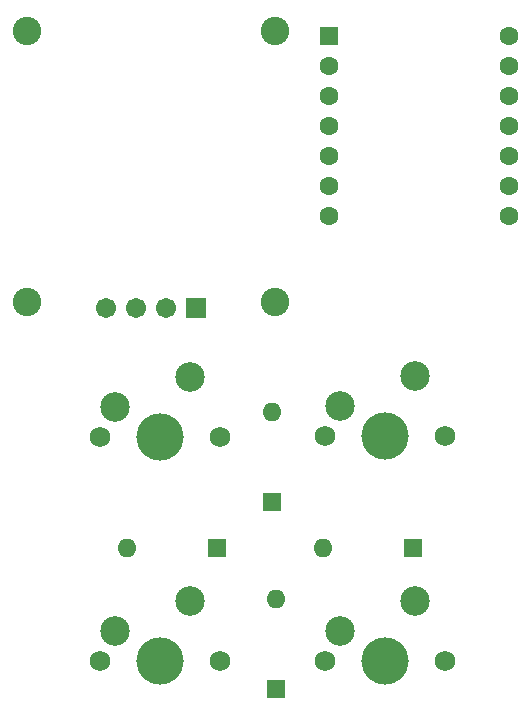
<source format=gbr>
%TF.GenerationSoftware,KiCad,Pcbnew,9.0.7*%
%TF.CreationDate,2026-02-13T21:46:17+05:30*%
%TF.ProjectId,laya's macropad,6c617961-2773-4206-9d61-63726f706164,rev?*%
%TF.SameCoordinates,Original*%
%TF.FileFunction,Soldermask,Bot*%
%TF.FilePolarity,Negative*%
%FSLAX46Y46*%
G04 Gerber Fmt 4.6, Leading zero omitted, Abs format (unit mm)*
G04 Created by KiCad (PCBNEW 9.0.7) date 2026-02-13 21:46:17*
%MOMM*%
%LPD*%
G01*
G04 APERTURE LIST*
G04 Aperture macros list*
%AMRoundRect*
0 Rectangle with rounded corners*
0 $1 Rounding radius*
0 $2 $3 $4 $5 $6 $7 $8 $9 X,Y pos of 4 corners*
0 Add a 4 corners polygon primitive as box body*
4,1,4,$2,$3,$4,$5,$6,$7,$8,$9,$2,$3,0*
0 Add four circle primitives for the rounded corners*
1,1,$1+$1,$2,$3*
1,1,$1+$1,$4,$5*
1,1,$1+$1,$6,$7*
1,1,$1+$1,$8,$9*
0 Add four rect primitives between the rounded corners*
20,1,$1+$1,$2,$3,$4,$5,0*
20,1,$1+$1,$4,$5,$6,$7,0*
20,1,$1+$1,$6,$7,$8,$9,0*
20,1,$1+$1,$8,$9,$2,$3,0*%
G04 Aperture macros list end*
%ADD10C,1.750000*%
%ADD11C,4.000000*%
%ADD12C,2.500000*%
%ADD13R,1.600000X1.600000*%
%ADD14C,1.600000*%
%ADD15C,2.404000*%
%ADD16RoundRect,0.102000X0.754000X0.754000X-0.754000X0.754000X-0.754000X-0.754000X0.754000X-0.754000X0*%
%ADD17C,1.712000*%
%ADD18O,1.600000X1.600000*%
G04 APERTURE END LIST*
D10*
%TO.C,S4*%
X143220000Y-107680000D03*
D11*
X148300000Y-107680000D03*
D10*
X153380000Y-107680000D03*
D12*
X144490000Y-105140000D03*
X150840000Y-102600000D03*
%TD*%
D13*
%TO.C,U2*%
X143592500Y-54740000D03*
D14*
X143592500Y-57280000D03*
X143592500Y-59820000D03*
X143592500Y-62360000D03*
X143592500Y-64900000D03*
X143592500Y-67440000D03*
X143592500Y-69980000D03*
X158832500Y-69980000D03*
X158832500Y-67440000D03*
X158832500Y-64900000D03*
X158832500Y-62360000D03*
X158832500Y-59820000D03*
X158832500Y-57280000D03*
X158832500Y-54740000D03*
%TD*%
D10*
%TO.C,S2*%
X143250000Y-88620000D03*
D11*
X148330000Y-88620000D03*
D10*
X153410000Y-88620000D03*
D12*
X144520000Y-86080000D03*
X150870000Y-83540000D03*
%TD*%
D10*
%TO.C,S1*%
X124180000Y-88640000D03*
D11*
X129260000Y-88640000D03*
D10*
X134340000Y-88640000D03*
D12*
X125450000Y-86100000D03*
X131800000Y-83560000D03*
%TD*%
D10*
%TO.C,S3*%
X124170000Y-107650000D03*
D11*
X129250000Y-107650000D03*
D10*
X134330000Y-107650000D03*
D12*
X125440000Y-105110000D03*
X131790000Y-102570000D03*
%TD*%
D15*
%TO.C,J1*%
X117975550Y-54270000D03*
X117975550Y-77270000D03*
X138980000Y-54270000D03*
X138980000Y-77270000D03*
D16*
X132290000Y-77770000D03*
D17*
X129750000Y-77770000D03*
X127210000Y-77770000D03*
X124670000Y-77770000D03*
%TD*%
D13*
%TO.C,D2*%
X139030000Y-110050000D03*
D18*
X139030000Y-102430000D03*
%TD*%
D13*
%TO.C,D4*%
X150660000Y-98110000D03*
D18*
X143040000Y-98110000D03*
%TD*%
D13*
%TO.C,D1*%
X138690000Y-94180000D03*
D18*
X138690000Y-86560000D03*
%TD*%
D13*
%TO.C,D3*%
X134090000Y-98110000D03*
D18*
X126470000Y-98110000D03*
%TD*%
M02*

</source>
